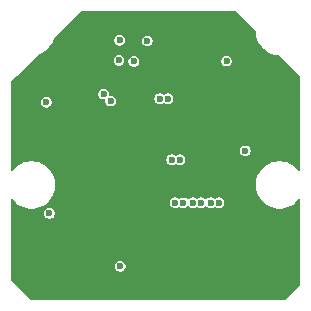
<source format=gbr>
%TF.GenerationSoftware,KiCad,Pcbnew,9.0.0*%
%TF.CreationDate,2025-03-16T17:44:06+09:00*%
%TF.ProjectId,imx219_mipi24,696d7832-3139-45f6-9d69-706932342e6b,rev?*%
%TF.SameCoordinates,Original*%
%TF.FileFunction,Copper,L3,Inr*%
%TF.FilePolarity,Positive*%
%FSLAX46Y46*%
G04 Gerber Fmt 4.6, Leading zero omitted, Abs format (unit mm)*
G04 Created by KiCad (PCBNEW 9.0.0) date 2025-03-16 17:44:06*
%MOMM*%
%LPD*%
G01*
G04 APERTURE LIST*
%TA.AperFunction,ViaPad*%
%ADD10C,0.600000*%
%TD*%
G04 APERTURE END LIST*
D10*
%TO.N,+2V8*%
X149300000Y-90300000D03*
X156000000Y-92000000D03*
%TO.N,GND*%
X152800000Y-108000000D03*
X154200000Y-108000000D03*
X148600000Y-108600000D03*
X140400000Y-100100000D03*
X153500000Y-100600000D03*
X161100000Y-94600000D03*
X155800000Y-108000000D03*
X156200000Y-102900000D03*
X139900000Y-109400000D03*
X143400000Y-107000000D03*
X145400000Y-101700000D03*
X153200000Y-96300000D03*
X139300000Y-94100000D03*
X149800000Y-108600000D03*
X160100000Y-109500000D03*
X151400000Y-108600000D03*
X141500000Y-92300000D03*
X157100000Y-92800000D03*
X148200000Y-90200000D03*
X158200000Y-97000000D03*
X150900000Y-111300000D03*
X147600000Y-93000000D03*
X147800000Y-104100000D03*
X151200000Y-93000000D03*
X145200000Y-111400000D03*
X144600000Y-108400000D03*
X156500000Y-89300000D03*
X145200000Y-89200000D03*
X144000000Y-97437500D03*
X155600000Y-96200000D03*
%TO.N,+1V8*%
X146950000Y-90250000D03*
%TO.N,+1V2*%
X146900000Y-91950000D03*
%TO.N,/CAM_CN*%
X152350800Y-104000000D03*
%TO.N,/CAM_CP*%
X151649200Y-104000000D03*
%TO.N,/CAM_DP0*%
X153149200Y-104000000D03*
%TO.N,/CAM_DN0*%
X153850800Y-104000000D03*
%TO.N,/CAM_DN1*%
X155350800Y-104000000D03*
%TO.N,/CAM_DP1*%
X154649200Y-104000000D03*
%TO.N,/CAM_DN2*%
X151050800Y-95200000D03*
%TO.N,/CAM_DP2*%
X150349200Y-95200000D03*
%TO.N,/CAM_DP3*%
X151349200Y-100358700D03*
%TO.N,/CAM_DN3*%
X152050800Y-100358700D03*
%TO.N,/CAM_CLK*%
X148150000Y-92050000D03*
%TO.N,/CAM_RST*%
X141000000Y-104900000D03*
X140750000Y-95500000D03*
X157600000Y-99600000D03*
X147000000Y-109400000D03*
%TO.N,/CAM_SDA*%
X145600000Y-94800000D03*
%TO.N,/CAM_SCL*%
X146200000Y-95400000D03*
%TD*%
%TA.AperFunction,Conductor*%
%TO.N,GND*%
G36*
X156721973Y-87788718D02*
G01*
X156770274Y-87806410D01*
X156775048Y-87810798D01*
X158477529Y-89516757D01*
X158499220Y-89563398D01*
X158499500Y-89569876D01*
X158499500Y-89631120D01*
X158533730Y-89891116D01*
X158596448Y-90125185D01*
X158601603Y-90144421D01*
X158601603Y-90144422D01*
X158701957Y-90386698D01*
X158833077Y-90613805D01*
X158877759Y-90672035D01*
X158992718Y-90821851D01*
X158992723Y-90821856D01*
X158992730Y-90821864D01*
X159178135Y-91007269D01*
X159178143Y-91007276D01*
X159178149Y-91007282D01*
X159386197Y-91166924D01*
X159613303Y-91298043D01*
X159855581Y-91398398D01*
X160108884Y-91466270D01*
X160368880Y-91500500D01*
X160368883Y-91500500D01*
X160426034Y-91500500D01*
X160474372Y-91518093D01*
X160479263Y-91522580D01*
X162228029Y-93274918D01*
X162249720Y-93321560D01*
X162250000Y-93328038D01*
X162250000Y-101272932D01*
X162232407Y-101321270D01*
X162187858Y-101346990D01*
X162137200Y-101338057D01*
X162115140Y-101318711D01*
X162080012Y-101272932D01*
X162007282Y-101178149D01*
X162007276Y-101178143D01*
X162007269Y-101178135D01*
X161821864Y-100992730D01*
X161821856Y-100992723D01*
X161821851Y-100992718D01*
X161746753Y-100935093D01*
X161613805Y-100833077D01*
X161386698Y-100701957D01*
X161144422Y-100601603D01*
X161144420Y-100601602D01*
X161144419Y-100601602D01*
X160891116Y-100533730D01*
X160631120Y-100499500D01*
X160368880Y-100499500D01*
X160108884Y-100533730D01*
X160108880Y-100533731D01*
X160108879Y-100533731D01*
X159948294Y-100576759D01*
X159855581Y-100601602D01*
X159855579Y-100601602D01*
X159855578Y-100601603D01*
X159855577Y-100601603D01*
X159613301Y-100701957D01*
X159386194Y-100833077D01*
X159178151Y-100992716D01*
X159178135Y-100992730D01*
X158992730Y-101178135D01*
X158992716Y-101178151D01*
X158833077Y-101386194D01*
X158701957Y-101613301D01*
X158601603Y-101855577D01*
X158601603Y-101855578D01*
X158601602Y-101855581D01*
X158533730Y-102108884D01*
X158499500Y-102368880D01*
X158499500Y-102631120D01*
X158533730Y-102891116D01*
X158533731Y-102891119D01*
X158533731Y-102891120D01*
X158601603Y-103144421D01*
X158601603Y-103144422D01*
X158701957Y-103386698D01*
X158833077Y-103613805D01*
X158916032Y-103721913D01*
X158992718Y-103821851D01*
X158992723Y-103821856D01*
X158992730Y-103821864D01*
X159178135Y-104007269D01*
X159178143Y-104007276D01*
X159178149Y-104007282D01*
X159386197Y-104166924D01*
X159613303Y-104298043D01*
X159855581Y-104398398D01*
X160108884Y-104466270D01*
X160368880Y-104500500D01*
X160368883Y-104500500D01*
X160631117Y-104500500D01*
X160631120Y-104500500D01*
X160891116Y-104466270D01*
X161144419Y-104398398D01*
X161386697Y-104298043D01*
X161613803Y-104166924D01*
X161821851Y-104007282D01*
X162007282Y-103821851D01*
X162115141Y-103681287D01*
X162158524Y-103653649D01*
X162209524Y-103660364D01*
X162244276Y-103698289D01*
X162250000Y-103727067D01*
X162250000Y-110898934D01*
X162248555Y-110913606D01*
X162239145Y-110960910D01*
X162236599Y-110970411D01*
X162220142Y-111018890D01*
X162202107Y-111047891D01*
X161047891Y-112202107D01*
X161018890Y-112220142D01*
X160970411Y-112236599D01*
X160960910Y-112239145D01*
X160924600Y-112246368D01*
X160913604Y-112248555D01*
X160898935Y-112250000D01*
X139531148Y-112250000D01*
X139482810Y-112232407D01*
X139477974Y-112227974D01*
X137772026Y-110522026D01*
X137750286Y-110475406D01*
X137750000Y-110468852D01*
X137750000Y-109340375D01*
X146547100Y-109340375D01*
X146547100Y-109459625D01*
X146577964Y-109574813D01*
X146577964Y-109574814D01*
X146637589Y-109678087D01*
X146721912Y-109762410D01*
X146781538Y-109796834D01*
X146825187Y-109822036D01*
X146940375Y-109852900D01*
X146940378Y-109852900D01*
X147059622Y-109852900D01*
X147059625Y-109852900D01*
X147174813Y-109822036D01*
X147278087Y-109762410D01*
X147362410Y-109678087D01*
X147422036Y-109574813D01*
X147452900Y-109459625D01*
X147452900Y-109340375D01*
X147422036Y-109225187D01*
X147422035Y-109225185D01*
X147362410Y-109121912D01*
X147278087Y-109037589D01*
X147174813Y-108977964D01*
X147059625Y-108947100D01*
X146940375Y-108947100D01*
X146853984Y-108970248D01*
X146825186Y-108977964D01*
X146825185Y-108977964D01*
X146721912Y-109037589D01*
X146637589Y-109121912D01*
X146577964Y-109225185D01*
X146577964Y-109225186D01*
X146577964Y-109225187D01*
X146547100Y-109340375D01*
X137750000Y-109340375D01*
X137750000Y-104840375D01*
X140547100Y-104840375D01*
X140547100Y-104959625D01*
X140577964Y-105074813D01*
X140577964Y-105074814D01*
X140637589Y-105178087D01*
X140721912Y-105262410D01*
X140781538Y-105296834D01*
X140825187Y-105322036D01*
X140940375Y-105352900D01*
X140940378Y-105352900D01*
X141059622Y-105352900D01*
X141059625Y-105352900D01*
X141174813Y-105322036D01*
X141278087Y-105262410D01*
X141362410Y-105178087D01*
X141422036Y-105074813D01*
X141452900Y-104959625D01*
X141452900Y-104840375D01*
X141422036Y-104725187D01*
X141422035Y-104725185D01*
X141362410Y-104621912D01*
X141278087Y-104537589D01*
X141174813Y-104477964D01*
X141059625Y-104447100D01*
X140940375Y-104447100D01*
X140853984Y-104470248D01*
X140825186Y-104477964D01*
X140825185Y-104477964D01*
X140721912Y-104537589D01*
X140637589Y-104621912D01*
X140577964Y-104725185D01*
X140577964Y-104725186D01*
X140577964Y-104725187D01*
X140547100Y-104840375D01*
X137750000Y-104840375D01*
X137750000Y-103727067D01*
X137767593Y-103678729D01*
X137812142Y-103653009D01*
X137862800Y-103661942D01*
X137884858Y-103681286D01*
X137943939Y-103758282D01*
X137992716Y-103821849D01*
X137992730Y-103821864D01*
X138178135Y-104007269D01*
X138178143Y-104007276D01*
X138178149Y-104007282D01*
X138386197Y-104166924D01*
X138613303Y-104298043D01*
X138855581Y-104398398D01*
X139108884Y-104466270D01*
X139368880Y-104500500D01*
X139368883Y-104500500D01*
X139631117Y-104500500D01*
X139631120Y-104500500D01*
X139891116Y-104466270D01*
X140144419Y-104398398D01*
X140386697Y-104298043D01*
X140613803Y-104166924D01*
X140821851Y-104007282D01*
X140821864Y-104007269D01*
X140888759Y-103940375D01*
X151196300Y-103940375D01*
X151196300Y-104059625D01*
X151225050Y-104166922D01*
X151227164Y-104174813D01*
X151227164Y-104174814D01*
X151286789Y-104278087D01*
X151371112Y-104362410D01*
X151430738Y-104396834D01*
X151474387Y-104422036D01*
X151589575Y-104452900D01*
X151589578Y-104452900D01*
X151708822Y-104452900D01*
X151708825Y-104452900D01*
X151824013Y-104422036D01*
X151927287Y-104362410D01*
X151946825Y-104342871D01*
X151993444Y-104321131D01*
X152043132Y-104334444D01*
X152053169Y-104342866D01*
X152072713Y-104362410D01*
X152175987Y-104422036D01*
X152291175Y-104452900D01*
X152291178Y-104452900D01*
X152410422Y-104452900D01*
X152410425Y-104452900D01*
X152525613Y-104422036D01*
X152628887Y-104362410D01*
X152656853Y-104334444D01*
X152696826Y-104294472D01*
X152743446Y-104272732D01*
X152793133Y-104286046D01*
X152803174Y-104294472D01*
X152871112Y-104362410D01*
X152930738Y-104396834D01*
X152974387Y-104422036D01*
X153089575Y-104452900D01*
X153089578Y-104452900D01*
X153208822Y-104452900D01*
X153208825Y-104452900D01*
X153324013Y-104422036D01*
X153427287Y-104362410D01*
X153446825Y-104342871D01*
X153493444Y-104321131D01*
X153543132Y-104334444D01*
X153553169Y-104342866D01*
X153572713Y-104362410D01*
X153675987Y-104422036D01*
X153791175Y-104452900D01*
X153791178Y-104452900D01*
X153910422Y-104452900D01*
X153910425Y-104452900D01*
X154025613Y-104422036D01*
X154128887Y-104362410D01*
X154156853Y-104334444D01*
X154196826Y-104294472D01*
X154243446Y-104272732D01*
X154293133Y-104286046D01*
X154303174Y-104294472D01*
X154371112Y-104362410D01*
X154430738Y-104396834D01*
X154474387Y-104422036D01*
X154589575Y-104452900D01*
X154589578Y-104452900D01*
X154708822Y-104452900D01*
X154708825Y-104452900D01*
X154824013Y-104422036D01*
X154927287Y-104362410D01*
X154946825Y-104342871D01*
X154993444Y-104321131D01*
X155043132Y-104334444D01*
X155053169Y-104342866D01*
X155072713Y-104362410D01*
X155175987Y-104422036D01*
X155291175Y-104452900D01*
X155291178Y-104452900D01*
X155410422Y-104452900D01*
X155410425Y-104452900D01*
X155525613Y-104422036D01*
X155628887Y-104362410D01*
X155713210Y-104278087D01*
X155772836Y-104174813D01*
X155803700Y-104059625D01*
X155803700Y-103940375D01*
X155772836Y-103825187D01*
X155772835Y-103825185D01*
X155713210Y-103721912D01*
X155628887Y-103637589D01*
X155525613Y-103577964D01*
X155410425Y-103547100D01*
X155291175Y-103547100D01*
X155204784Y-103570248D01*
X155175986Y-103577964D01*
X155175985Y-103577964D01*
X155072712Y-103637589D01*
X155053174Y-103657128D01*
X155006554Y-103678868D01*
X154956867Y-103665554D01*
X154946826Y-103657128D01*
X154927287Y-103637589D01*
X154824013Y-103577964D01*
X154708825Y-103547100D01*
X154589575Y-103547100D01*
X154503184Y-103570248D01*
X154474386Y-103577964D01*
X154474385Y-103577964D01*
X154371112Y-103637589D01*
X154303174Y-103705528D01*
X154256554Y-103727268D01*
X154206867Y-103713954D01*
X154196826Y-103705528D01*
X154128887Y-103637589D01*
X154025613Y-103577964D01*
X153910425Y-103547100D01*
X153791175Y-103547100D01*
X153704784Y-103570248D01*
X153675986Y-103577964D01*
X153675985Y-103577964D01*
X153572712Y-103637589D01*
X153553174Y-103657128D01*
X153506554Y-103678868D01*
X153456867Y-103665554D01*
X153446826Y-103657128D01*
X153427287Y-103637589D01*
X153324013Y-103577964D01*
X153208825Y-103547100D01*
X153089575Y-103547100D01*
X153003184Y-103570248D01*
X152974386Y-103577964D01*
X152974385Y-103577964D01*
X152871112Y-103637589D01*
X152803174Y-103705528D01*
X152756554Y-103727268D01*
X152706867Y-103713954D01*
X152696826Y-103705528D01*
X152628887Y-103637589D01*
X152525613Y-103577964D01*
X152410425Y-103547100D01*
X152291175Y-103547100D01*
X152204784Y-103570248D01*
X152175986Y-103577964D01*
X152175985Y-103577964D01*
X152072712Y-103637589D01*
X152053174Y-103657128D01*
X152006554Y-103678868D01*
X151956867Y-103665554D01*
X151946826Y-103657128D01*
X151927287Y-103637589D01*
X151824013Y-103577964D01*
X151708825Y-103547100D01*
X151589575Y-103547100D01*
X151503184Y-103570248D01*
X151474386Y-103577964D01*
X151474385Y-103577964D01*
X151371112Y-103637589D01*
X151286789Y-103721912D01*
X151227164Y-103825185D01*
X151227164Y-103825186D01*
X151227164Y-103825187D01*
X151196300Y-103940375D01*
X140888759Y-103940375D01*
X140946862Y-103882272D01*
X141007269Y-103821864D01*
X141007282Y-103821851D01*
X141166924Y-103613803D01*
X141298043Y-103386697D01*
X141398398Y-103144419D01*
X141466270Y-102891116D01*
X141500500Y-102631120D01*
X141500500Y-102368880D01*
X141466270Y-102108884D01*
X141398398Y-101855581D01*
X141298043Y-101613303D01*
X141166924Y-101386197D01*
X141131195Y-101339635D01*
X141080012Y-101272932D01*
X141007282Y-101178149D01*
X141007276Y-101178143D01*
X141007269Y-101178135D01*
X140821864Y-100992730D01*
X140821856Y-100992723D01*
X140821851Y-100992718D01*
X140746753Y-100935093D01*
X140613805Y-100833077D01*
X140386698Y-100701957D01*
X140144422Y-100601603D01*
X140144420Y-100601602D01*
X140144419Y-100601602D01*
X139891116Y-100533730D01*
X139631120Y-100499500D01*
X139368880Y-100499500D01*
X139108884Y-100533730D01*
X139108880Y-100533731D01*
X139108879Y-100533731D01*
X138948294Y-100576759D01*
X138855581Y-100601602D01*
X138855579Y-100601602D01*
X138855578Y-100601603D01*
X138855577Y-100601603D01*
X138613301Y-100701957D01*
X138386194Y-100833077D01*
X138178151Y-100992716D01*
X138178135Y-100992730D01*
X137992730Y-101178135D01*
X137992716Y-101178151D01*
X137884860Y-101318711D01*
X137841476Y-101346350D01*
X137790476Y-101339635D01*
X137755724Y-101301709D01*
X137750000Y-101272932D01*
X137750000Y-100299075D01*
X150896300Y-100299075D01*
X150896300Y-100418325D01*
X150927164Y-100533513D01*
X150927164Y-100533514D01*
X150986789Y-100636787D01*
X151071112Y-100721110D01*
X151130738Y-100755534D01*
X151174387Y-100780736D01*
X151289575Y-100811600D01*
X151289578Y-100811600D01*
X151408822Y-100811600D01*
X151408825Y-100811600D01*
X151524013Y-100780736D01*
X151627287Y-100721110D01*
X151646825Y-100701571D01*
X151693444Y-100679831D01*
X151743132Y-100693144D01*
X151753169Y-100701566D01*
X151772713Y-100721110D01*
X151875987Y-100780736D01*
X151991175Y-100811600D01*
X151991178Y-100811600D01*
X152110422Y-100811600D01*
X152110425Y-100811600D01*
X152225613Y-100780736D01*
X152328887Y-100721110D01*
X152413210Y-100636787D01*
X152472836Y-100533513D01*
X152503700Y-100418325D01*
X152503700Y-100299075D01*
X152472836Y-100183887D01*
X152472835Y-100183885D01*
X152413210Y-100080612D01*
X152328887Y-99996289D01*
X152225613Y-99936664D01*
X152110425Y-99905800D01*
X151991175Y-99905800D01*
X151904784Y-99928948D01*
X151875986Y-99936664D01*
X151875985Y-99936664D01*
X151772712Y-99996289D01*
X151753174Y-100015828D01*
X151706554Y-100037568D01*
X151656867Y-100024254D01*
X151646826Y-100015828D01*
X151627287Y-99996289D01*
X151524013Y-99936664D01*
X151408825Y-99905800D01*
X151289575Y-99905800D01*
X151203184Y-99928948D01*
X151174386Y-99936664D01*
X151174385Y-99936664D01*
X151071112Y-99996289D01*
X150986789Y-100080612D01*
X150927164Y-100183885D01*
X150927164Y-100183886D01*
X150927164Y-100183887D01*
X150896300Y-100299075D01*
X137750000Y-100299075D01*
X137750000Y-99540375D01*
X157147100Y-99540375D01*
X157147100Y-99659625D01*
X157177964Y-99774813D01*
X157177964Y-99774814D01*
X157237589Y-99878087D01*
X157321912Y-99962410D01*
X157380592Y-99996289D01*
X157425187Y-100022036D01*
X157540375Y-100052900D01*
X157540378Y-100052900D01*
X157659622Y-100052900D01*
X157659625Y-100052900D01*
X157774813Y-100022036D01*
X157878087Y-99962410D01*
X157962410Y-99878087D01*
X158022036Y-99774813D01*
X158052900Y-99659625D01*
X158052900Y-99540375D01*
X158022036Y-99425187D01*
X158022035Y-99425185D01*
X157962410Y-99321912D01*
X157878087Y-99237589D01*
X157774813Y-99177964D01*
X157659625Y-99147100D01*
X157540375Y-99147100D01*
X157453984Y-99170248D01*
X157425186Y-99177964D01*
X157425185Y-99177964D01*
X157321912Y-99237589D01*
X157237589Y-99321912D01*
X157177964Y-99425185D01*
X157177964Y-99425186D01*
X157177964Y-99425187D01*
X157147100Y-99540375D01*
X137750000Y-99540375D01*
X137750000Y-95440375D01*
X140297100Y-95440375D01*
X140297100Y-95559625D01*
X140313823Y-95622036D01*
X140327964Y-95674813D01*
X140327964Y-95674814D01*
X140387589Y-95778087D01*
X140471912Y-95862410D01*
X140531538Y-95896834D01*
X140575187Y-95922036D01*
X140690375Y-95952900D01*
X140690378Y-95952900D01*
X140809622Y-95952900D01*
X140809625Y-95952900D01*
X140924813Y-95922036D01*
X141028087Y-95862410D01*
X141112410Y-95778087D01*
X141172036Y-95674813D01*
X141202900Y-95559625D01*
X141202900Y-95440375D01*
X141172036Y-95325187D01*
X141136453Y-95263556D01*
X141112410Y-95221912D01*
X141028087Y-95137589D01*
X140924813Y-95077964D01*
X140809625Y-95047100D01*
X140690375Y-95047100D01*
X140603984Y-95070248D01*
X140575186Y-95077964D01*
X140575185Y-95077964D01*
X140471912Y-95137589D01*
X140387589Y-95221912D01*
X140327964Y-95325185D01*
X140327964Y-95325186D01*
X140317676Y-95363583D01*
X140297100Y-95440375D01*
X137750000Y-95440375D01*
X137750000Y-94740375D01*
X145147100Y-94740375D01*
X145147100Y-94859625D01*
X145170665Y-94947571D01*
X145177964Y-94974813D01*
X145177964Y-94974814D01*
X145237589Y-95078087D01*
X145321912Y-95162410D01*
X145381538Y-95196834D01*
X145425187Y-95222036D01*
X145540375Y-95252900D01*
X145540378Y-95252900D01*
X145659622Y-95252900D01*
X145659625Y-95252900D01*
X145659627Y-95252899D01*
X145663188Y-95252430D01*
X145713410Y-95263556D01*
X145744730Y-95304362D01*
X145747571Y-95336801D01*
X145747100Y-95340372D01*
X145747100Y-95340375D01*
X145747100Y-95459625D01*
X145774641Y-95562410D01*
X145777964Y-95574813D01*
X145777964Y-95574814D01*
X145837589Y-95678087D01*
X145921912Y-95762410D01*
X145981538Y-95796834D01*
X146025187Y-95822036D01*
X146140375Y-95852900D01*
X146140378Y-95852900D01*
X146259622Y-95852900D01*
X146259625Y-95852900D01*
X146374813Y-95822036D01*
X146478087Y-95762410D01*
X146562410Y-95678087D01*
X146622036Y-95574813D01*
X146652900Y-95459625D01*
X146652900Y-95340375D01*
X146622036Y-95225187D01*
X146585791Y-95162410D01*
X146573069Y-95140375D01*
X149896300Y-95140375D01*
X149896300Y-95259625D01*
X149927164Y-95374813D01*
X149927164Y-95374814D01*
X149986789Y-95478087D01*
X150071112Y-95562410D01*
X150130738Y-95596834D01*
X150174387Y-95622036D01*
X150289575Y-95652900D01*
X150289578Y-95652900D01*
X150408822Y-95652900D01*
X150408825Y-95652900D01*
X150524013Y-95622036D01*
X150627287Y-95562410D01*
X150646825Y-95542871D01*
X150693444Y-95521131D01*
X150743132Y-95534444D01*
X150753169Y-95542866D01*
X150772713Y-95562410D01*
X150875987Y-95622036D01*
X150991175Y-95652900D01*
X150991178Y-95652900D01*
X151110422Y-95652900D01*
X151110425Y-95652900D01*
X151225613Y-95622036D01*
X151328887Y-95562410D01*
X151413210Y-95478087D01*
X151472836Y-95374813D01*
X151503700Y-95259625D01*
X151503700Y-95140375D01*
X151472836Y-95025187D01*
X151472835Y-95025185D01*
X151413210Y-94921912D01*
X151328887Y-94837589D01*
X151225613Y-94777964D01*
X151110425Y-94747100D01*
X150991175Y-94747100D01*
X150904784Y-94770248D01*
X150875986Y-94777964D01*
X150875985Y-94777964D01*
X150772712Y-94837589D01*
X150753174Y-94857128D01*
X150706554Y-94878868D01*
X150656867Y-94865554D01*
X150646826Y-94857128D01*
X150627287Y-94837589D01*
X150524013Y-94777964D01*
X150408825Y-94747100D01*
X150289575Y-94747100D01*
X150203184Y-94770248D01*
X150174386Y-94777964D01*
X150174385Y-94777964D01*
X150071112Y-94837589D01*
X149986789Y-94921912D01*
X149927164Y-95025185D01*
X149927164Y-95025186D01*
X149916876Y-95063583D01*
X149896300Y-95140375D01*
X146573069Y-95140375D01*
X146562410Y-95121912D01*
X146478087Y-95037589D01*
X146374813Y-94977964D01*
X146363053Y-94974813D01*
X146259625Y-94947100D01*
X146140375Y-94947100D01*
X146140372Y-94947100D01*
X146136801Y-94947571D01*
X146086581Y-94936437D01*
X146055266Y-94895628D01*
X146052430Y-94863188D01*
X146052898Y-94859628D01*
X146052900Y-94859625D01*
X146052900Y-94740375D01*
X146022036Y-94625187D01*
X146022035Y-94625185D01*
X145962410Y-94521912D01*
X145878087Y-94437589D01*
X145774813Y-94377964D01*
X145659625Y-94347100D01*
X145540375Y-94347100D01*
X145453984Y-94370248D01*
X145425186Y-94377964D01*
X145425185Y-94377964D01*
X145321912Y-94437589D01*
X145237589Y-94521912D01*
X145177964Y-94625185D01*
X145177964Y-94625186D01*
X145177964Y-94625187D01*
X145147100Y-94740375D01*
X137750000Y-94740375D01*
X137750000Y-93787060D01*
X137767593Y-93738722D01*
X137772080Y-93733831D01*
X138231930Y-93274918D01*
X139619300Y-91890375D01*
X146447100Y-91890375D01*
X146447100Y-92009625D01*
X146477964Y-92124813D01*
X146477964Y-92124814D01*
X146537589Y-92228087D01*
X146621912Y-92312410D01*
X146681538Y-92346834D01*
X146725187Y-92372036D01*
X146840375Y-92402900D01*
X146840378Y-92402900D01*
X146959622Y-92402900D01*
X146959625Y-92402900D01*
X147074813Y-92372036D01*
X147178087Y-92312410D01*
X147262410Y-92228087D01*
X147322036Y-92124813D01*
X147352900Y-92009625D01*
X147352900Y-91990375D01*
X147697100Y-91990375D01*
X147697100Y-92109625D01*
X147714567Y-92174813D01*
X147727964Y-92224813D01*
X147727964Y-92224814D01*
X147787589Y-92328087D01*
X147871912Y-92412410D01*
X147931538Y-92446834D01*
X147975187Y-92472036D01*
X148090375Y-92502900D01*
X148090378Y-92502900D01*
X148209622Y-92502900D01*
X148209625Y-92502900D01*
X148324813Y-92472036D01*
X148428087Y-92412410D01*
X148512410Y-92328087D01*
X148572036Y-92224813D01*
X148602900Y-92109625D01*
X148602900Y-91990375D01*
X148589503Y-91940375D01*
X155547100Y-91940375D01*
X155547100Y-92059625D01*
X155564567Y-92124813D01*
X155577964Y-92174813D01*
X155577964Y-92174814D01*
X155637589Y-92278087D01*
X155721912Y-92362410D01*
X155781538Y-92396834D01*
X155825187Y-92422036D01*
X155940375Y-92452900D01*
X155940378Y-92452900D01*
X156059622Y-92452900D01*
X156059625Y-92452900D01*
X156174813Y-92422036D01*
X156278087Y-92362410D01*
X156362410Y-92278087D01*
X156422036Y-92174813D01*
X156452900Y-92059625D01*
X156452900Y-91940375D01*
X156422036Y-91825187D01*
X156391278Y-91771913D01*
X156362410Y-91721912D01*
X156278087Y-91637589D01*
X156174813Y-91577964D01*
X156059625Y-91547100D01*
X155940375Y-91547100D01*
X155853984Y-91570248D01*
X155825186Y-91577964D01*
X155825185Y-91577964D01*
X155721912Y-91637589D01*
X155637589Y-91721912D01*
X155577964Y-91825185D01*
X155577964Y-91825186D01*
X155577964Y-91825187D01*
X155547100Y-91940375D01*
X148589503Y-91940375D01*
X148572036Y-91875187D01*
X148543167Y-91825185D01*
X148512410Y-91771912D01*
X148428087Y-91687589D01*
X148324813Y-91627964D01*
X148209625Y-91597100D01*
X148090375Y-91597100D01*
X148003984Y-91620248D01*
X147975186Y-91627964D01*
X147975185Y-91627964D01*
X147871912Y-91687589D01*
X147787589Y-91771912D01*
X147727964Y-91875185D01*
X147727964Y-91875186D01*
X147727964Y-91875187D01*
X147697100Y-91990375D01*
X147352900Y-91990375D01*
X147352900Y-91890375D01*
X147322036Y-91775187D01*
X147291278Y-91721913D01*
X147262410Y-91671912D01*
X147178087Y-91587589D01*
X147074813Y-91527964D01*
X147054719Y-91522580D01*
X146959625Y-91497100D01*
X146840375Y-91497100D01*
X146762027Y-91518093D01*
X146725186Y-91527964D01*
X146725185Y-91527964D01*
X146621912Y-91587589D01*
X146537589Y-91671912D01*
X146477964Y-91775185D01*
X146477964Y-91775186D01*
X146477964Y-91775187D01*
X146447100Y-91890375D01*
X139619300Y-91890375D01*
X140086257Y-91424370D01*
X140119914Y-91404964D01*
X140144408Y-91398401D01*
X140144412Y-91398400D01*
X140144412Y-91398399D01*
X140144419Y-91398398D01*
X140386697Y-91298043D01*
X140613803Y-91166924D01*
X140821851Y-91007282D01*
X141007282Y-90821851D01*
X141166924Y-90613803D01*
X141298043Y-90386697D01*
X141379362Y-90190375D01*
X146497100Y-90190375D01*
X146497100Y-90309625D01*
X146527964Y-90424813D01*
X146527964Y-90424814D01*
X146587589Y-90528087D01*
X146671912Y-90612410D01*
X146731538Y-90646834D01*
X146775187Y-90672036D01*
X146890375Y-90702900D01*
X146890378Y-90702900D01*
X147009622Y-90702900D01*
X147009625Y-90702900D01*
X147124813Y-90672036D01*
X147228087Y-90612410D01*
X147312410Y-90528087D01*
X147372036Y-90424813D01*
X147402900Y-90309625D01*
X147402900Y-90240375D01*
X148847100Y-90240375D01*
X148847100Y-90359625D01*
X148864567Y-90424813D01*
X148877964Y-90474813D01*
X148877964Y-90474814D01*
X148937589Y-90578087D01*
X149021912Y-90662410D01*
X149081538Y-90696834D01*
X149125187Y-90722036D01*
X149240375Y-90752900D01*
X149240378Y-90752900D01*
X149359622Y-90752900D01*
X149359625Y-90752900D01*
X149474813Y-90722036D01*
X149578087Y-90662410D01*
X149662410Y-90578087D01*
X149722036Y-90474813D01*
X149752900Y-90359625D01*
X149752900Y-90240375D01*
X149722036Y-90125187D01*
X149715872Y-90114510D01*
X149662410Y-90021912D01*
X149578087Y-89937589D01*
X149474813Y-89877964D01*
X149359625Y-89847100D01*
X149240375Y-89847100D01*
X149153984Y-89870248D01*
X149125186Y-89877964D01*
X149125185Y-89877964D01*
X149021912Y-89937589D01*
X148937589Y-90021912D01*
X148877964Y-90125185D01*
X148877964Y-90125186D01*
X148877964Y-90125187D01*
X148847100Y-90240375D01*
X147402900Y-90240375D01*
X147402900Y-90190375D01*
X147372036Y-90075187D01*
X147341278Y-90021913D01*
X147312410Y-89971912D01*
X147228087Y-89887589D01*
X147124813Y-89827964D01*
X147009625Y-89797100D01*
X146890375Y-89797100D01*
X146803984Y-89820248D01*
X146775186Y-89827964D01*
X146775185Y-89827964D01*
X146671912Y-89887589D01*
X146587589Y-89971912D01*
X146527964Y-90075185D01*
X146527964Y-90075186D01*
X146527964Y-90075187D01*
X146497100Y-90190375D01*
X141379362Y-90190375D01*
X141398398Y-90144419D01*
X141404492Y-90121674D01*
X141405106Y-90119792D01*
X141409240Y-90114510D01*
X141423480Y-90089873D01*
X143733774Y-87784289D01*
X143780415Y-87762599D01*
X143787031Y-87762319D01*
X156721973Y-87788718D01*
G37*
%TD.AperFunction*%
%TD*%
M02*

</source>
